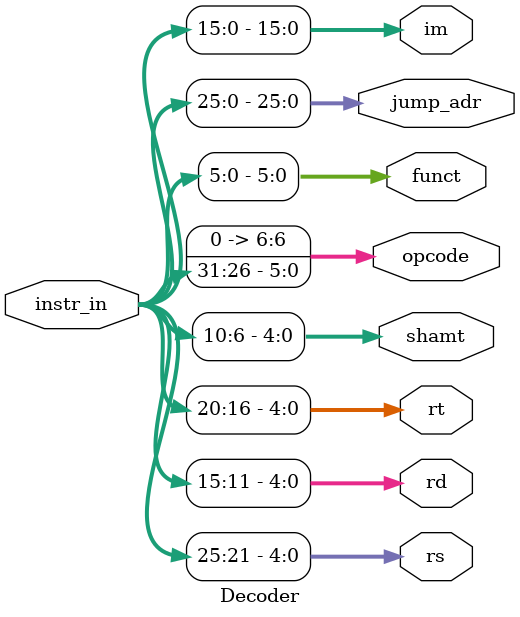
<source format=v>
`timescale 1ns / 1ps
module Decoder(instr_in,rs,rd,rt,shamt,opcode,funct,im,jump_adr);
output [4:0] rs,rd,rt,shamt;
output [6:0] opcode;
output [5:0] funct;
output [25:0] jump_adr;
output [15:0] im;
input [31:0] instr_in;
// R-TYPE
assign opcode = {1'b0,instr_in[31:26]}; 
assign rs = instr_in[25:21];
assign rt = instr_in[20:16];
assign rd = instr_in[15:11];
assign shamt = instr_in[10:6];
assign funct = instr_in[5:0]; 
// I-Type 
assign opcode = {1'b0,instr_in[31:26]}; 
assign rs = instr_in[25:21];
assign rt = instr_in[20:16];
assign im = instr_in[15:0];
// J-Type
assign opcode = {1'b0,instr_in[31:26]}; 
assign jump_adr = instr_in[25:0];
endmodule

</source>
